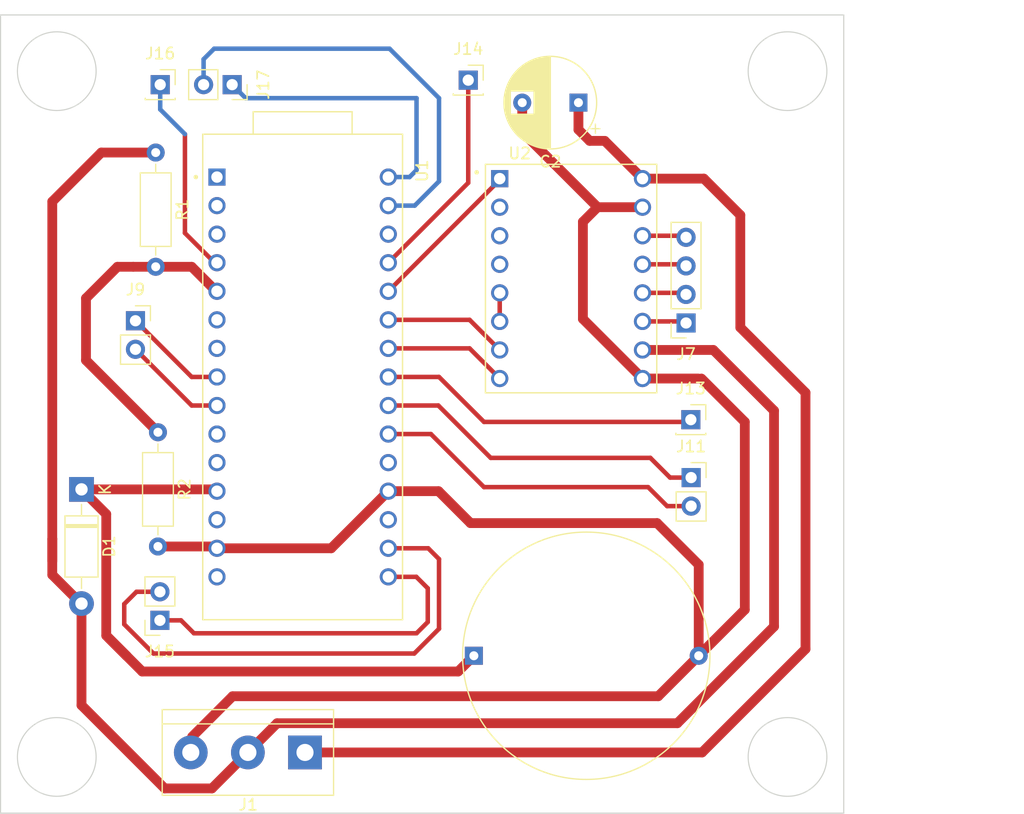
<source format=kicad_pcb>
(kicad_pcb (version 20221018) (generator pcbnew)
  (layers (0 "F.Cu" signal) (31 "B.Cu" signal) (34 "B.Paste" user) (35 "F.Paste" user) (36 "B.SilkS" user "B.Silkscreen") (37 "F.SilkS" user "F.Silkscreen") (38 "B.Mask" user) (39 "F.Mask" user) (44 "Edge.Cuts" user))
  (net 0 "")
  (net 1 "Net-(D1-K)")
  (net 2 "Net-(J1-Pin_3)")
  (net 3 "Net-(J1-Pin_1)")
  (net 4 "Net-(D1-A)")
  (net 5 "Net-(J7-Pin_1)")
  (net 6 "Net-(J7-Pin_2)")
  (net 7 "Net-(J7-Pin_3)")
  (net 8 "Net-(J7-Pin_4)")
  (net 9 "Net-(J9-Pin_1)")
  (net 10 "Net-(J9-Pin_2)")
  (net 11 "Net-(J11-Pin_1)")
  (net 12 "Net-(J11-Pin_2)")
  (net 13 "Net-(J13-Pin_1)")
  (net 14 "Net-(J14-Pin_1)")
  (net 15 "Net-(J15-Pin_1)")
  (net 16 "Net-(J15-Pin_2)")
  (net 17 "Net-(J16-Pin_1)")
  (net 18 "Net-(J17-Pin_1)")
  (net 19 "Net-(J17-Pin_2)")
  (net 20 "Net-(U1-A1{slash}GPIO27)")
  (net 32 "Net-(U1-D6{slash}GPIO18)")
  (net 33 "Net-(U1-D7{slash}GPIO19)")
  (net 34 "Net-(U1-D8{slash}GPIO20)")
  (net 39 "Net-(U2-~{RESET})")
  (footprint "Connector_PinSocket_2.54mm:PinSocket_1x01_P2.54mm_Vertical" (layer "F.Cu") (at 141.6 32.8)
    (fp_text reference "J14" (at 0 -2.77) (layer "F.SilkS"))
    (fp_text value "Conn_01x01_Socket")
    (fp_line (start -1.33 1.21) (end -1.33 1.33) (stroke (width 0.12)) (layer "F.SilkS"))
    (fp_line (start -1.33 1.33) (end 1.33 1.33) (stroke (width 0.12)) (layer "F.SilkS"))
    (fp_line (start 0 -1.33) (end 1.33 -1.33) (stroke (width 0.12)) (layer "F.SilkS"))
    (fp_line (start 1.33 -1.33) (end 1.33 0) (stroke (width 0.12)) (layer "F.SilkS"))
    (fp_line (start 1.33 1.21) (end 1.33 1.33) (stroke (width 0.12)) (layer "F.SilkS"))
    (pad "1" thru_hole rect (at 0 0) (size 1.7 1.7) (drill 1) (layers "*.Cu" "*.Mask") (net 14 "Net-(J14-Pin_1)"))
  )
  (footprint "Connector_PinSocket_2.54mm:PinSocket_1x02_P2.54mm_Vertical" (layer "F.Cu") (at 161.425 68.15)
    (fp_text reference "J11" (at 0 -2.77) (layer "F.SilkS"))
    (fp_text value "Conn_01x02_Socket")
    (fp_line (start -1.33 1.27) (end -1.33 3.87) (stroke (width 0.12)) (layer "F.SilkS"))
    (fp_line (start -1.33 1.27) (end 1.33 1.27) (stroke (width 0.12)) (layer "F.SilkS"))
    (fp_line (start -1.33 3.87) (end 1.33 3.87) (stroke (width 0.12)) (layer "F.SilkS"))
    (fp_line (start 0 -1.33) (end 1.33 -1.33) (stroke (width 0.12)) (layer "F.SilkS"))
    (fp_line (start 1.33 -1.33) (end 1.33 0) (stroke (width 0.12)) (layer "F.SilkS"))
    (fp_line (start 1.33 1.27) (end 1.33 3.87) (stroke (width 0.12)) (layer "F.SilkS"))
    (pad "1" thru_hole rect (at 0 0) (size 1.7 1.7) (drill 1) (layers "*.Cu" "*.Mask") (net 11 "Net-(J11-Pin_1)"))
    (pad "2" thru_hole oval (at 0 2.54) (size 1.7 1.7) (drill 1) (layers "*.Cu" "*.Mask") (net 12 "Net-(J11-Pin_2)"))
  )
  (footprint "Capacitor_THT:CP_Radial_D8.0mm_P5.00mm" (layer "F.Cu") (at 151.402651 34.8 180)
    (fp_text reference "C2" (at 2.5 -5.25) (layer "F.SilkS"))
    (fp_text value "4.7µF")
    (fp_line (start -1.909698 -2.315) (end -1.109698 -2.315) (stroke (width 0.12)) (layer "F.SilkS"))
    (fp_line (start -1.509698 -2.715) (end -1.509698 -1.915) (stroke (width 0.12)) (layer "F.SilkS"))
    (fp_line (start 2.5 -4.08) (end 2.5 4.08) (stroke (width 0.12)) (layer "F.SilkS"))
    (fp_line (start 2.54 -4.08) (end 2.54 4.08) (stroke (width 0.12)) (layer "F.SilkS"))
    (fp_line (start 2.58 -4.08) (end 2.58 4.08) (stroke (width 0.12)) (layer "F.SilkS"))
    (fp_line (start 2.62 -4.079) (end 2.62 4.079) (stroke (width 0.12)) (layer "F.SilkS"))
    (fp_line (start 2.66 -4.077) (end 2.66 4.077) (stroke (width 0.12)) (layer "F.SilkS"))
    (fp_line (start 2.7 -4.076) (end 2.7 4.076) (stroke (width 0.12)) (layer "F.SilkS"))
    (fp_line (start 2.74 -4.074) (end 2.74 4.074) (stroke (width 0.12)) (layer "F.SilkS"))
    (fp_line (start 2.78 -4.071) (end 2.78 4.071) (stroke (width 0.12)) (layer "F.SilkS"))
    (fp_line (start 2.82 -4.068) (end 2.82 4.068) (stroke (width 0.12)) (layer "F.SilkS"))
    (fp_line (start 2.86 -4.065) (end 2.86 4.065) (stroke (width 0.12)) (layer "F.SilkS"))
    (fp_line (start 2.9 -4.061) (end 2.9 4.061) (stroke (width 0.12)) (layer "F.SilkS"))
    (fp_line (start 2.94 -4.057) (end 2.94 4.057) (stroke (width 0.12)) (layer "F.SilkS"))
    (fp_line (start 2.98 -4.052) (end 2.98 4.052) (stroke (width 0.12)) (layer "F.SilkS"))
    (fp_line (start 3.02 -4.048) (end 3.02 4.048) (stroke (width 0.12)) (layer "F.SilkS"))
    (fp_line (start 3.06 -4.042) (end 3.06 4.042) (stroke (width 0.12)) (layer "F.SilkS"))
    (fp_line (start 3.1 -4.037) (end 3.1 4.037) (stroke (width 0.12)) (layer "F.SilkS"))
    (fp_line (start 3.14 -4.03) (end 3.14 4.03) (stroke (width 0.12)) (layer "F.SilkS"))
    (fp_line (start 3.18 -4.024) (end 3.18 4.024) (stroke (width 0.12)) (layer "F.SilkS"))
    (fp_line (start 3.221 -4.017) (end 3.221 4.017) (stroke (width 0.12)) (layer "F.SilkS"))
    (fp_line (start 3.261 -4.01) (end 3.261 4.01) (stroke (width 0.12)) (layer "F.SilkS"))
    (fp_line (start 3.301 -4.002) (end 3.301 4.002) (stroke (width 0.12)) (layer "F.SilkS"))
    (fp_line (start 3.341 -3.994) (end 3.341 3.994) (stroke (width 0.12)) (layer "F.SilkS"))
    (fp_line (start 3.381 -3.985) (end 3.381 3.985) (stroke (width 0.12)) (layer "F.SilkS"))
    (fp_line (start 3.421 -3.976) (end 3.421 3.976) (stroke (width 0.12)) (layer "F.SilkS"))
    (fp_line (start 3.461 -3.967) (end 3.461 3.967) (stroke (width 0.12)) (layer "F.SilkS"))
    (fp_line (start 3.501 -3.957) (end 3.501 3.957) (stroke (width 0.12)) (layer "F.SilkS"))
    (fp_line (start 3.541 -3.947) (end 3.541 3.947) (stroke (width 0.12)) (layer "F.SilkS"))
    (fp_line (start 3.581 -3.936) (end 3.581 3.936) (stroke (width 0.12)) (layer "F.SilkS"))
    (fp_line (start 3.621 -3.925) (end 3.621 3.925) (stroke (width 0.12)) (layer "F.SilkS"))
    (fp_line (start 3.661 -3.914) (end 3.661 3.914) (stroke (width 0.12)) (layer "F.SilkS"))
    (fp_line (start 3.701 -3.902) (end 3.701 3.902) (stroke (width 0.12)) (layer "F.SilkS"))
    (fp_line (start 3.741 -3.889) (end 3.741 3.889) (stroke (width 0.12)) (layer "F.SilkS"))
    (fp_line (start 3.781 -3.877) (end 3.781 3.877) (stroke (width 0.12)) (layer "F.SilkS"))
    (fp_line (start 3.821 -3.863) (end 3.821 3.863) (stroke (width 0.12)) (layer "F.SilkS"))
    (fp_line (start 3.861 -3.85) (end 3.861 3.85) (stroke (width 0.12)) (layer "F.SilkS"))
    (fp_line (start 3.901 -3.835) (end 3.901 3.835) (stroke (width 0.12)) (layer "F.SilkS"))
    (fp_line (start 3.941 -3.821) (end 3.941 3.821) (stroke (width 0.12)) (layer "F.SilkS"))
    (fp_line (start 3.981 -3.805) (end 3.981 -1.04) (stroke (width 0.12)) (layer "F.SilkS"))
    (fp_line (start 3.981 1.04) (end 3.981 3.805) (stroke (width 0.12)) (layer "F.SilkS"))
    (fp_line (start 4.021 -3.79) (end 4.021 -1.04) (stroke (width 0.12)) (layer "F.SilkS"))
    (fp_line (start 4.021 1.04) (end 4.021 3.79) (stroke (width 0.12)) (layer "F.SilkS"))
    (fp_line (start 4.061 -3.774) (end 4.061 -1.04) (stroke (width 0.12)) (layer "F.SilkS"))
    (fp_line (start 4.061 1.04) (end 4.061 3.774) (stroke (width 0.12)) (layer "F.SilkS"))
    (fp_line (start 4.101 -3.757) (end 4.101 -1.04) (stroke (width 0.12)) (layer "F.SilkS"))
    (fp_line (start 4.101 1.04) (end 4.101 3.757) (stroke (width 0.12)) (layer "F.SilkS"))
    (fp_line (start 4.141 -3.74) (end 4.141 -1.04) (stroke (width 0.12)) (layer "F.SilkS"))
    (fp_line (start 4.141 1.04) (end 4.141 3.74) (stroke (width 0.12)) (layer "F.SilkS"))
    (fp_line (start 4.181 -3.722) (end 4.181 -1.04) (stroke (width 0.12)) (layer "F.SilkS"))
    (fp_line (start 4.181 1.04) (end 4.181 3.722) (stroke (width 0.12)) (layer "F.SilkS"))
    (fp_line (start 4.221 -3.704) (end 4.221 -1.04) (stroke (width 0.12)) (layer "F.SilkS"))
    (fp_line (start 4.221 1.04) (end 4.221 3.704) (stroke (width 0.12)) (layer "F.SilkS"))
    (fp_line (start 4.261 -3.686) (end 4.261 -1.04) (stroke (width 0.12)) (layer "F.SilkS"))
    (fp_line (start 4.261 1.04) (end 4.261 3.686) (stroke (width 0.12)) (layer "F.SilkS"))
    (fp_line (start 4.301 -3.666) (end 4.301 -1.04) (stroke (width 0.12)) (layer "F.SilkS"))
    (fp_line (start 4.301 1.04) (end 4.301 3.666) (stroke (width 0.12)) (layer "F.SilkS"))
    (fp_line (start 4.341 -3.647) (end 4.341 -1.04) (stroke (width 0.12)) (layer "F.SilkS"))
    (fp_line (start 4.341 1.04) (end 4.341 3.647) (stroke (width 0.12)) (layer "F.SilkS"))
    (fp_line (start 4.381 -3.627) (end 4.381 -1.04) (stroke (width 0.12)) (layer "F.SilkS"))
    (fp_line (start 4.381 1.04) (end 4.381 3.627) (stroke (width 0.12)) (layer "F.SilkS"))
    (fp_line (start 4.421 -3.606) (end 4.421 -1.04) (stroke (width 0.12)) (layer "F.SilkS"))
    (fp_line (start 4.421 1.04) (end 4.421 3.606) (stroke (width 0.12)) (layer "F.SilkS"))
    (fp_line (start 4.461 -3.584) (end 4.461 -1.04) (stroke (width 0.12)) (layer "F.SilkS"))
    (fp_line (start 4.461 1.04) (end 4.461 3.584) (stroke (width 0.12)) (layer "F.SilkS"))
    (fp_line (start 4.501 -3.562) (end 4.501 -1.04) (stroke (width 0.12)) (layer "F.SilkS"))
    (fp_line (start 4.501 1.04) (end 4.501 3.562) (stroke (width 0.12)) (layer "F.SilkS"))
    (fp_line (start 4.541 -3.54) (end 4.541 -1.04) (stroke (width 0.12)) (layer "F.SilkS"))
    (fp_line (start 4.541 1.04) (end 4.541 3.54) (stroke (width 0.12)) (layer "F.SilkS"))
    (fp_line (start 4.581 -3.517) (end 4.581 -1.04) (stroke (width 0.12)) (layer "F.SilkS"))
    (fp_line (start 4.581 1.04) (end 4.581 3.517) (stroke (width 0.12)) (layer "F.SilkS"))
    (fp_line (start 4.621 -3.493) (end 4.621 -1.04) (stroke (width 0.12)) (layer "F.SilkS"))
    (fp_line (start 4.621 1.04) (end 4.621 3.493) (stroke (width 0.12)) (layer "F.SilkS"))
    (fp_line (start 4.661 -3.469) (end 4.661 -1.04) (stroke (width 0.12)) (layer "F.SilkS"))
    (fp_line (start 4.661 1.04) (end 4.661 3.469) (stroke (width 0.12)) (layer "F.SilkS"))
    (fp_line (start 4.701 -3.444) (end 4.701 -1.04) (stroke (width 0.12)) (layer "F.SilkS"))
    (fp_line (start 4.701 1.04) (end 4.701 3.444) (stroke (width 0.12)) (layer "F.SilkS"))
    (fp_line (start 4.741 -3.418) (end 4.741 -1.04) (stroke (width 0.12)) (layer "F.SilkS"))
    (fp_line (start 4.741 1.04) (end 4.741 3.418) (stroke (width 0.12)) (layer "F.SilkS"))
    (fp_line (start 4.781 -3.392) (end 4.781 -1.04) (stroke (width 0.12)) (layer "F.SilkS"))
    (fp_line (start 4.781 1.04) (end 4.781 3.392) (stroke (width 0.12)) (layer "F.SilkS"))
    (fp_line (start 4.821 -3.365) (end 4.821 -1.04) (stroke (width 0.12)) (layer "F.SilkS"))
    (fp_line (start 4.821 1.04) (end 4.821 3.365) (stroke (width 0.12)) (layer "F.SilkS"))
    (fp_line (start 4.861 -3.338) (end 4.861 -1.04) (stroke (width 0.12)) (layer "F.SilkS"))
    (fp_line (start 4.861 1.04) (end 4.861 3.338) (stroke (width 0.12)) (layer "F.SilkS"))
    (fp_line (start 4.901 -3.309) (end 4.901 -1.04) (stroke (width 0.12)) (layer "F.SilkS"))
    (fp_line (start 4.901 1.04) (end 4.901 3.309) (stroke (width 0.12)) (layer "F.SilkS"))
    (fp_line (start 4.941 -3.28) (end 4.941 -1.04) (stroke (width 0.12)) (layer "F.SilkS"))
    (fp_line (start 4.941 1.04) (end 4.941 3.28) (stroke (width 0.12)) (layer "F.SilkS"))
    (fp_line (start 4.981 -3.25) (end 4.981 -1.04) (stroke (width 0.12)) (layer "F.SilkS"))
    (fp_line (start 4.981 1.04) (end 4.981 3.25) (stroke (width 0.12)) (layer "F.SilkS"))
    (fp_line (start 5.021 -3.22) (end 5.021 -1.04) (stroke (width 0.12)) (layer "F.SilkS"))
    (fp_line (start 5.021 1.04) (end 5.021 3.22) (stroke (width 0.12)) (layer "F.SilkS"))
    (fp_line (start 5.061 -3.189) (end 5.061 -1.04) (stroke (width 0.12)) (layer "F.SilkS"))
    (fp_line (start 5.061 1.04) (end 5.061 3.189) (stroke (width 0.12)) (layer "F.SilkS"))
    (fp_line (start 5.101 -3.156) (end 5.101 -1.04) (stroke (width 0.12)) (layer "F.SilkS"))
    (fp_line (start 5.101 1.04) (end 5.101 3.156) (stroke (width 0.12)) (layer "F.SilkS"))
    (fp_line (start 5.141 -3.124) (end 5.141 -1.04) (stroke (width 0.12)) (layer "F.SilkS"))
    (fp_line (start 5.141 1.04) (end 5.141 3.124) (stroke (width 0.12)) (layer "F.SilkS"))
    (fp_line (start 5.181 -3.09) (end 5.181 -1.04) (stroke (width 0.12)) (layer "F.SilkS"))
    (fp_line (start 5.181 1.04) (end 5.181 3.09) (stroke (width 0.12)) (layer "F.SilkS"))
    (fp_line (start 5.221 -3.055) (end 5.221 -1.04) (stroke (width 0.12)) (layer "F.SilkS"))
    (fp_line (start 5.221 1.04) (end 5.221 3.055) (stroke (width 0.12)) (layer "F.SilkS"))
    (fp_line (start 5.261 -3.019) (end 5.261 -1.04) (stroke (width 0.12)) (layer "F.SilkS"))
    (fp_line (start 5.261 1.04) (end 5.261 3.019) (stroke (width 0.12)) (layer "F.SilkS"))
    (fp_line (start 5.301 -2.983) (end 5.301 -1.04) (stroke (width 0.12)) (layer "F.SilkS"))
    (fp_line (start 5.301 1.04) (end 5.301 2.983) (stroke (width 0.12)) (layer "F.SilkS"))
    (fp_line (start 5.341 -2.945) (end 5.341 -1.04) (stroke (width 0.12)) (layer "F.SilkS"))
    (fp_line (start 5.341 1.04) (end 5.341 2.945) (stroke (width 0.12)) (layer "F.SilkS"))
    (fp_line (start 5.381 -2.907) (end 5.381 -1.04) (stroke (width 0.12)) (layer "F.SilkS"))
    (fp_line (start 5.381 1.04) (end 5.381 2.907) (stroke (width 0.12)) (layer "F.SilkS"))
    (fp_line (start 5.421 -2.867) (end 5.421 -1.04) (stroke (width 0.12)) (layer "F.SilkS"))
    (fp_line (start 5.421 1.04) (end 5.421 2.867) (stroke (width 0.12)) (layer "F.SilkS"))
    (fp_line (start 5.461 -2.826) (end 5.461 -1.04) (stroke (width 0.12)) (layer "F.SilkS"))
    (fp_line (start 5.461 1.04) (end 5.461 2.826) (stroke (width 0.12)) (layer "F.SilkS"))
    (fp_line (start 5.501 -2.784) (end 5.501 -1.04) (stroke (width 0.12)) (layer "F.SilkS"))
    (fp_line (start 5.501 1.04) (end 5.501 2.784) (stroke (width 0.12)) (layer "F.SilkS"))
    (fp_line (start 5.541 -2.741) (end 5.541 -1.04) (stroke (width 0.12)) (layer "F.SilkS"))
    (fp_line (start 5.541 1.04) (end 5.541 2.741) (stroke (width 0.12)) (layer "F.SilkS"))
    (fp_line (start 5.581 -2.697) (end 5.581 -1.04) (stroke (width 0.12)) (layer "F.SilkS"))
    (fp_line (start 5.581 1.04) (end 5.581 2.697) (stroke (width 0.12)) (layer "F.SilkS"))
    (fp_line (start 5.621 -2.651) (end 5.621 -1.04) (stroke (width 0.12)) (layer "F.SilkS"))
    (fp_line (start 5.621 1.04) (end 5.621 2.651) (stroke (width 0.12)) (layer "F.SilkS"))
    (fp_line (start 5.661 -2.604) (end 5.661 -1.04) (stroke (width 0.12)) (layer "F.SilkS"))
    (fp_line (start 5.661 1.04) (end 5.661 2.604) (stroke (width 0.12)) (layer "F.SilkS"))
    (fp_line (start 5.701 -2.556) (end 5.701 -1.04) (stroke (width 0.12)) (layer "F.SilkS"))
    (fp_line (start 5.701 1.04) (end 5.701 2.556) (stroke (width 0.12)) (layer "F.SilkS"))
    (fp_line (start 5.741 -2.505) (end 5.741 -1.04) (stroke (width 0.12)) (layer "F.SilkS"))
    (fp_line (start 5.741 1.04) (end 5.741 2.505) (stroke (width 0.12)) (layer "F.SilkS"))
    (fp_line (start 5.781 -2.454) (end 5.781 -1.04) (stroke (width 0.12)) (layer "F.SilkS"))
    (fp_line (start 5.781 1.04) (end 5.781 2.454) (stroke (width 0.12)) (layer "F.SilkS"))
    (fp_line (start 5.821 -2.4) (end 5.821 -1.04) (stroke (width 0.12)) (layer "F.SilkS"))
    (fp_line (start 5.821 1.04) (end 5.821 2.4) (stroke (width 0.12)) (layer "F.SilkS"))
    (fp_line (start 5.861 -2.345) (end 5.861 -1.04) (stroke (width 0.12)) (layer "F.SilkS"))
    (fp_line (start 5.861 1.04) (end 5.861 2.345) (stroke (width 0.12)) (layer "F.SilkS"))
    (fp_line (start 5.901 -2.287) (end 5.901 -1.04) (stroke (width 0.12)) (layer "F.SilkS"))
    (fp_line (start 5.901 1.04) (end 5.901 2.287) (stroke (width 0.12)) (layer "F.SilkS"))
    (fp_line (start 5.941 -2.228) (end 5.941 -1.04) (stroke (width 0.12)) (layer "F.SilkS"))
    (fp_line (start 5.941 1.04) (end 5.941 2.228) (stroke (width 0.12)) (layer "F.SilkS"))
    (fp_line (start 5.981 -2.166) (end 5.981 -1.04) (stroke (width 0.12)) (layer "F.SilkS"))
    (fp_line (start 5.981 1.04) (end 5.981 2.166) (stroke (width 0.12)) (layer "F.SilkS"))
    (fp_line (start 6.021 -2.102) (end 6.021 -1.04) (stroke (width 0.12)) (layer "F.SilkS"))
    (fp_line (start 6.021 1.04) (end 6.021 2.102) (stroke (width 0.12)) (layer "F.SilkS"))
    (fp_line (start 6.061 -2.034) (end 6.061 2.034) (stroke (width 0.12)) (layer "F.SilkS"))
    (fp_line (start 6.101 -1.964) (end 6.101 1.964) (stroke (width 0.12)) (layer "F.SilkS"))
    (fp_line (start 6.141 -1.89) (end 6.141 1.89) (stroke (width 0.12)) (layer "F.SilkS"))
    (fp_line (start 6.181 -1.813) (end 6.181 1.813) (stroke (width 0.12)) (layer "F.SilkS"))
    (fp_line (start 6.221 -1.731) (end 6.221 1.731) (stroke (width 0.12)) (layer "F.SilkS"))
    (fp_line (start 6.261 -1.645) (end 6.261 1.645) (stroke (width 0.12)) (layer "F.SilkS"))
    (fp_line (start 6.301 -1.552) (end 6.301 1.552) (stroke (width 0.12)) (layer "F.SilkS"))
    (fp_line (start 6.341 -1.453) (end 6.341 1.453) (stroke (width 0.12)) (layer "F.SilkS"))
    (fp_line (start 6.381 -1.346) (end 6.381 1.346) (stroke (width 0.12)) (layer "F.SilkS"))
    (fp_line (start 6.421 -1.229) (end 6.421 1.229) (stroke (width 0.12)) (layer "F.SilkS"))
    (fp_line (start 6.461 -1.098) (end 6.461 1.098) (stroke (width 0.12)) (layer "F.SilkS"))
    (fp_line (start 6.501 -0.948) (end 6.501 0.948) (stroke (width 0.12)) (layer "F.SilkS"))
    (fp_line (start 6.541 -0.768) (end 6.541 0.768) (stroke (width 0.12)) (layer "F.SilkS"))
    (fp_line (start 6.581 -0.533) (end 6.581 0.533) (stroke (width 0.12)) (layer "F.SilkS"))
    (fp_circle (center 2.5 0) (end 6.62 0) (stroke (width 0.12)) (fill none) (layer "F.SilkS"))
    (pad "1" thru_hole rect (at 0 0 180) (size 1.6 1.6) (drill 0.8) (layers "*.Cu" "*.Mask") (net 3 "Net-(J1-Pin_1)"))
    (pad "2" thru_hole circle (at 5 0 180) (size 1.6 1.6) (drill 0.8) (layers "*.Cu" "*.Mask") (net 2 "Net-(J1-Pin_3)"))
  )
  (footprint "Connector_PinSocket_2.54mm:PinSocket_1x02_P2.54mm_Vertical" (layer "F.Cu") (at 114.175 80.85 180)
    (fp_text reference "J15" (at 0 -2.77) (layer "F.SilkS"))
    (fp_text value "Conn_01x02_Socket")
    (fp_line (start -1.33 1.27) (end -1.33 3.87) (stroke (width 0.12)) (layer "F.SilkS"))
    (fp_line (start -1.33 1.27) (end 1.33 1.27) (stroke (width 0.12)) (layer "F.SilkS"))
    (fp_line (start -1.33 3.87) (end 1.33 3.87) (stroke (width 0.12)) (layer "F.SilkS"))
    (fp_line (start 0 -1.33) (end 1.33 -1.33) (stroke (width 0.12)) (layer "F.SilkS"))
    (fp_line (start 1.33 -1.33) (end 1.33 0) (stroke (width 0.12)) (layer "F.SilkS"))
    (fp_line (start 1.33 1.27) (end 1.33 3.87) (stroke (width 0.12)) (layer "F.SilkS"))
    (pad "1" thru_hole rect (at 0 0 180) (size 1.7 1.7) (drill 1) (layers "*.Cu" "*.Mask") (net 15 "Net-(J15-Pin_1)"))
    (pad "2" thru_hole oval (at 0 2.54 180) (size 1.7 1.7) (drill 1) (layers "*.Cu" "*.Mask") (net 16 "Net-(J15-Pin_2)"))
  )
  (footprint "A4988_STEPPER_MOTOR_DRIVER_CARRIER_BLACK:MODULE_A4988_STEPPER_MOTOR_DRIVER_CARRIER_BLACK" (layer "F.Cu") (at 150.75 50.45)
    (fp_text reference "U2" (at -4.575 -11.135) (layer "F.SilkS"))
    (fp_text value "A4988_STEPPER_MOTOR_DRIVER_CARRIER_BLACK")
    (fp_line (start -7.62 -10.16) (end 7.62 -10.16) (stroke (width 0.127)) (layer "F.SilkS"))
    (fp_line (start -7.62 10.16) (end -7.62 -10.16) (stroke (width 0.127)) (layer "F.SilkS"))
    (fp_line (start 7.62 -10.16) (end 7.62 10.16) (stroke (width 0.127)) (layer "F.SilkS"))
    (fp_line (start 7.62 10.16) (end -7.62 10.16) (stroke (width 0.127)) (layer "F.SilkS"))
    (fp_circle (center -8.4 -9.45) (end -8.3 -9.45) (stroke (width 0.2)) (fill none) (layer "F.SilkS"))
    (pad "1" thru_hole rect (at -6.35 -8.89) (size 1.53 1.53) (drill 1.02) (layers "*.Cu" "*.Mask") (net 34 "Net-(U1-D8{slash}GPIO20)"))
    (pad "2" thru_hole circle (at -6.35 -6.35) (size 1.53 1.53) (drill 1.02) (layers "*.Cu" "*.Mask"))
    (pad "3" thru_hole circle (at -6.35 -3.81) (size 1.53 1.53) (drill 1.02) (layers "*.Cu" "*.Mask"))
    (pad "4" thru_hole circle (at -6.35 -1.27) (size 1.53 1.53) (drill 1.02) (layers "*.Cu" "*.Mask"))
    (pad "5" thru_hole circle (at -6.35 1.27) (size 1.53 1.53) (drill 1.02) (layers "*.Cu" "*.Mask") (net 39 "Net-(U2-~{RESET})"))
    (pad "6" thru_hole circle (at -6.35 3.81) (size 1.53 1.53) (drill 1.02) (layers "*.Cu" "*.Mask") (net 39 "Net-(U2-~{RESET})"))
    (pad "7" thru_hole circle (at -6.35 6.35) (size 1.53 1.53) (drill 1.02) (layers "*.Cu" "*.Mask") (net 33 "Net-(U1-D7{slash}GPIO19)"))
    (pad "8" thru_hole circle (at -6.35 8.89) (size 1.53 1.53) (drill 1.02) (layers "*.Cu" "*.Mask") (net 32 "Net-(U1-D6{slash}GPIO18)"))
    (pad "9" thru_hole circle (at 6.35 8.89) (size 1.53 1.53) (drill 1.02) (layers "*.Cu" "*.Mask") (net 2 "Net-(J1-Pin_3)"))
    (pad "10" thru_hole circle (at 6.35 6.35) (size 1.53 1.53) (drill 1.02) (layers "*.Cu" "*.Mask") (net 4 "Net-(D1-A)"))
    (pad "11" thru_hole circle (at 6.35 3.81) (size 1.53 1.53) (drill 1.02) (layers "*.Cu" "*.Mask") (net 5 "Net-(J7-Pin_1)"))
    (pad "12" thru_hole circle (at 6.35 1.27) (size 1.53 1.53) (drill 1.02) (layers "*.Cu" "*.Mask") (net 6 "Net-(J7-Pin_2)"))
    (pad "13" thru_hole circle (at 6.35 -1.27) (size 1.53 1.53) (drill 1.02) (layers "*.Cu" "*.Mask") (net 7 "Net-(J7-Pin_3)"))
    (pad "14" thru_hole circle (at 6.35 -3.81) (size 1.53 1.53) (drill 1.02) (layers "*.Cu" "*.Mask") (net 8 "Net-(J7-Pin_4)"))
    (pad "15" thru_hole circle (at 6.35 -6.35) (size 1.53 1.53) (drill 1.02) (layers "*.Cu" "*.Mask") (net 2 "Net-(J1-Pin_3)"))
    (pad "16" thru_hole circle (at 6.35 -8.89) (size 1.53 1.53) (drill 1.02) (layers "*.Cu" "*.Mask") (net 3 "Net-(J1-Pin_1)"))
  )
  (footprint "Connector_PinSocket_2.54mm:PinSocket_1x02_P2.54mm_Vertical" (layer "F.Cu") (at 112 54.2)
    (fp_text reference "J9" (at 0 -2.77) (layer "F.SilkS"))
    (fp_text value "Conn_01x02_Socket")
    (fp_line (start -1.33 1.27) (end -1.33 3.87) (stroke (width 0.12)) (layer "F.SilkS"))
    (fp_line (start -1.33 1.27) (end 1.33 1.27) (stroke (width 0.12)) (layer "F.SilkS"))
    (fp_line (start -1.33 3.87) (end 1.33 3.87) (stroke (width 0.12)) (layer "F.SilkS"))
    (fp_line (start 0 -1.33) (end 1.33 -1.33) (stroke (width 0.12)) (layer "F.SilkS"))
    (fp_line (start 1.33 -1.33) (end 1.33 0) (stroke (width 0.12)) (layer "F.SilkS"))
    (fp_line (start 1.33 1.27) (end 1.33 3.87) (stroke (width 0.12)) (layer "F.SilkS"))
    (pad "1" thru_hole rect (at 0 0) (size 1.7 1.7) (drill 1) (layers "*.Cu" "*.Mask") (net 9 "Net-(J9-Pin_1)"))
    (pad "2" thru_hole oval (at 0 2.54) (size 1.7 1.7) (drill 1) (layers "*.Cu" "*.Mask") (net 10 "Net-(J9-Pin_2)"))
  )
  (footprint "Resistor_THT:R_Axial_DIN0207_L6.3mm_D2.5mm_P10.16mm_Horizontal" (layer "F.Cu") (at 113.8 39.24 -90)
    (fp_text reference "R1" (at 5.08 -2.37 90) (layer "F.SilkS"))
    (fp_text value "6Ω")
    (fp_line (start 1.04 0) (end 1.81 0) (stroke (width 0.12)) (layer "F.SilkS"))
    (fp_line (start 1.81 -1.37) (end 1.81 1.37) (stroke (width 0.12)) (layer "F.SilkS"))
    (fp_line (start 1.81 1.37) (end 8.35 1.37) (stroke (width 0.12)) (layer "F.SilkS"))
    (fp_line (start 8.35 -1.37) (end 1.81 -1.37) (stroke (width 0.12)) (layer "F.SilkS"))
    (fp_line (start 8.35 1.37) (end 8.35 -1.37) (stroke (width 0.12)) (layer "F.SilkS"))
    (fp_line (start 9.12 0) (end 8.35 0) (stroke (width 0.12)) (layer "F.SilkS"))
    (pad "1" thru_hole circle (at 0 0 270) (size 1.6 1.6) (drill 0.8) (layers "*.Cu" "*.Mask") (net 4 "Net-(D1-A)"))
    (pad "2" thru_hole oval (at 10.16 0 270) (size 1.6 1.6) (drill 0.8) (layers "*.Cu" "*.Mask") (net 20 "Net-(U1-A1{slash}GPIO27)"))
  )
  (footprint "TerminalBlock:TerminalBlock_bornier-3_P5.08mm" (layer "F.Cu") (at 127.08 92.6 180)
    (fp_text reference "J1" (at 5.05 -4.65) (layer "F.SilkS"))
    (fp_text value "Screw_Terminal_01x03")
    (fp_line (start -2.54 -3.81) (end 12.7 -3.81) (stroke (width 0.12)) (layer "F.SilkS"))
    (fp_line (start -2.54 2.54) (end 12.7 2.54) (stroke (width 0.12)) (layer "F.SilkS"))
    (fp_line (start -2.54 3.81) (end -2.54 -3.81) (stroke (width 0.12)) (layer "F.SilkS"))
    (fp_line (start -2.54 3.81) (end 12.7 3.81) (stroke (width 0.12)) (layer "F.SilkS"))
    (fp_line (start 12.7 3.81) (end 12.7 -3.81) (stroke (width 0.12)) (layer "F.SilkS"))
    (pad "1" thru_hole rect (at 0 0 180) (size 3 3) (drill 1.52) (layers "*.Cu" "*.Mask") (net 3 "Net-(J1-Pin_1)"))
    (pad "2" thru_hole circle (at 5.08 0 180) (size 3 3) (drill 1.52) (layers "*.Cu" "*.Mask") (net 4 "Net-(D1-A)"))
    (pad "3" thru_hole circle (at 10.16 0 180) (size 3 3) (drill 1.52) (layers "*.Cu" "*.Mask") (net 2 "Net-(J1-Pin_3)"))
  )
  (footprint "Connector_PinSocket_2.54mm:PinSocket_1x01_P2.54mm_Vertical" (layer "F.Cu") (at 114.2 33.2)
    (fp_text reference "J16" (at 0 -2.77) (layer "F.SilkS"))
    (fp_text value "Conn_01x01_Socket")
    (fp_line (start -1.33 1.21) (end -1.33 1.33) (stroke (width 0.12)) (layer "F.SilkS"))
    (fp_line (start -1.33 1.33) (end 1.33 1.33) (stroke (width 0.12)) (layer "F.SilkS"))
    (fp_line (start 0 -1.33) (end 1.33 -1.33) (stroke (width 0.12)) (layer "F.SilkS"))
    (fp_line (start 1.33 -1.33) (end 1.33 0) (stroke (width 0.12)) (layer "F.SilkS"))
    (fp_line (start 1.33 1.21) (end 1.33 1.33) (stroke (width 0.12)) (layer "F.SilkS"))
    (pad "1" thru_hole rect (at 0 0) (size 1.7 1.7) (drill 1) (layers "*.Cu" "*.Mask") (net 17 "Net-(J16-Pin_1)"))
  )
  (footprint "Connector_PinSocket_2.54mm:PinSocket_1x02_P2.54mm_Vertical" (layer "F.Cu") (at 120.6 33.2 -90)
    (fp_text reference "J17" (at 0 -2.77 90) (layer "F.SilkS"))
    (fp_text value "Conn_01x02_Socket")
    (fp_line (start -1.33 1.27) (end -1.33 3.87) (stroke (width 0.12)) (layer "F.SilkS"))
    (fp_line (start -1.33 1.27) (end 1.33 1.27) (stroke (width 0.12)) (layer "F.SilkS"))
    (fp_line (start -1.33 3.87) (end 1.33 3.87) (stroke (width 0.12)) (layer "F.SilkS"))
    (fp_line (start 0 -1.33) (end 1.33 -1.33) (stroke (width 0.12)) (layer "F.SilkS"))
    (fp_line (start 1.33 -1.33) (end 1.33 0) (stroke (width 0.12)) (layer "F.SilkS"))
    (fp_line (start 1.33 1.27) (end 1.33 3.87) (stroke (width 0.12)) (layer "F.SilkS"))
    (pad "1" thru_hole rect (at 0 0 270) (size 1.7 1.7) (drill 1) (layers "*.Cu" "*.Mask") (net 18 "Net-(J17-Pin_1)"))
    (pad "2" thru_hole oval (at 0 2.54 270) (size 1.7 1.7) (drill 1) (layers "*.Cu" "*.Mask") (net 19 "Net-(J17-Pin_2)"))
  )
  (footprint "Supercapacitor:1F Capacitor" (layer "F.Cu") (at 151.6 84)
    (fp_text reference "C1" hide)
    (fp_text value "1F" hide)
    (fp_circle (center 0.5 0) (end 11.5 0) (stroke (width 0.12)) (fill none) (layer "F.SilkS"))
    (pad "1" thru_hole rect (at -9.5 0) (size 1.6 1.6) (drill 0.8) (layers "*.Cu" "*.Mask") (net 1 "Net-(D1-K)"))
    (pad "2" thru_hole circle (at 10.5 0) (size 1.6 1.6) (drill 0.8) (layers "*.Cu" "*.Mask") (net 2 "Net-(J1-Pin_3)"))
  )
  (footprint "Resistor_THT:R_Axial_DIN0207_L6.3mm_D2.5mm_P10.16mm_Horizontal" (layer "F.Cu") (at 114 64.12 -90)
    (fp_text reference "R2" (at 5.08 -2.37 90) (layer "F.SilkS"))
    (fp_text value "6Ω")
    (fp_line (start 1.04 0) (end 1.81 0) (stroke (width 0.12)) (layer "F.SilkS"))
    (fp_line (start 1.81 -1.37) (end 1.81 1.37) (stroke (width 0.12)) (layer "F.SilkS"))
    (fp_line (start 1.81 1.37) (end 8.35 1.37) (stroke (width 0.12)) (layer "F.SilkS"))
    (fp_line (start 8.35 -1.37) (end 1.81 -1.37) (stroke (width 0.12)) (layer "F.SilkS"))
    (fp_line (start 8.35 1.37) (end 8.35 -1.37) (stroke (width 0.12)) (layer "F.SilkS"))
    (fp_line (start 9.12 0) (end 8.35 0) (stroke (width 0.12)) (layer "F.SilkS"))
    (pad "1" thru_hole circle (at 0 0 270) (size 1.6 1.6) (drill 0.8) (layers "*.Cu" "*.Mask") (net 20 "Net-(U1-A1{slash}GPIO27)"))
    (pad "2" thru_hole oval (at 10.16 0 270) (size 1.6 1.6) (drill 0.8) (layers "*.Cu" "*.Mask") (net 2 "Net-(J1-Pin_3)"))
  )
  (footprint "Connector_PinSocket_2.54mm:PinSocket_1x04_P2.54mm_Vertical" (layer "F.Cu") (at 160.975 54.4 180)
    (fp_text reference "J7" (at 0 -2.77) (layer "F.SilkS"))
    (fp_text value "Conn_01x04_Socket")
    (fp_line (start -1.33 1.27) (end -1.33 8.95) (stroke (width 0.12)) (layer "F.SilkS"))
    (fp_line (start -1.33 1.27) (end 1.33 1.27) (stroke (width 0.12)) (layer "F.SilkS"))
    (fp_line (start -1.33 8.95) (end 1.33 8.95) (stroke (width 0.12)) (layer "F.SilkS"))
    (fp_line (start 0 -1.33) (end 1.33 -1.33) (stroke (width 0.12)) (layer "F.SilkS"))
    (fp_line (start 1.33 -1.33) (end 1.33 0) (stroke (width 0.12)) (layer "F.SilkS"))
    (fp_line (start 1.33 1.27) (end 1.33 8.95) (stroke (width 0.12)) (layer "F.SilkS"))
    (pad "1" thru_hole rect (at 0 0 180) (size 1.7 1.7) (drill 1) (layers "*.Cu" "*.Mask") (net 5 "Net-(J7-Pin_1)"))
    (pad "2" thru_hole oval (at 0 2.54 180) (size 1.7 1.7) (drill 1) (layers "*.Cu" "*.Mask") (net 6 "Net-(J7-Pin_2)"))
    (pad "3" thru_hole oval (at 0 5.08 180) (size 1.7 1.7) (drill 1) (layers "*.Cu" "*.Mask") (net 7 "Net-(J7-Pin_3)"))
    (pad "4" thru_hole oval (at 0 7.62 180) (size 1.7 1.7) (drill 1) (layers "*.Cu" "*.Mask") (net 8 "Net-(J7-Pin_4)"))
  )
  (footprint "Diode_THT:D_DO-41_SOD81_P10.16mm_Horizontal" (layer "F.Cu") (at 107.2 69.2 -90)
    (fp_text reference "D1" (at 5.08 -2.47 90) (layer "F.SilkS"))
    (fp_text value "1N4001")
    (fp_text user "K" (at 0 -2.1 90) (layer "F.SilkS"))
    (fp_line (start 1.34 0) (end 2.36 0) (stroke (width 0.12)) (layer "F.SilkS"))
    (fp_line (start 2.36 -1.47) (end 2.36 1.47) (stroke (width 0.12)) (layer "F.SilkS"))
    (fp_line (start 2.36 1.47) (end 7.8 1.47) (stroke (width 0.12)) (layer "F.SilkS"))
    (fp_line (start 3.14 -1.47) (end 3.14 1.47) (stroke (width 0.12)) (layer "F.SilkS"))
    (fp_line (start 3.26 -1.47) (end 3.26 1.47) (stroke (width 0.12)) (layer "F.SilkS"))
    (fp_line (start 3.38 -1.47) (end 3.38 1.47) (stroke (width 0.12)) (layer "F.SilkS"))
    (fp_line (start 7.8 -1.47) (end 2.36 -1.47) (stroke (width 0.12)) (layer "F.SilkS"))
    (fp_line (start 7.8 1.47) (end 7.8 -1.47) (stroke (width 0.12)) (layer "F.SilkS"))
    (fp_line (start 8.82 0) (end 7.8 0) (stroke (width 0.12)) (layer "F.SilkS"))
    (pad "1" thru_hole rect (at 0 0 270) (size 2.2 2.2) (drill 1.1) (layers "*.Cu" "*.Mask") (net 1 "Net-(D1-K)"))
    (pad "2" thru_hole oval (at 10.16 0 270) (size 2.2 2.2) (drill 1.1) (layers "*.Cu" "*.Mask") (net 4 "Net-(D1-A)"))
  )
  (footprint "Connector_PinSocket_2.54mm:PinSocket_1x01_P2.54mm_Vertical" (layer "F.Cu") (at 161.4 63)
    (fp_text reference "J13" (at 0 -2.77) (layer "F.SilkS"))
    (fp_text value "Conn_01x01_Socket")
    (fp_line (start -1.33 1.21) (end -1.33 1.33) (stroke (width 0.12)) (layer "F.SilkS"))
    (fp_line (start -1.33 1.33) (end 1.33 1.33) (stroke (width 0.12)) (layer "F.SilkS"))
    (fp_line (start 0 -1.33) (end 1.33 -1.33) (stroke (width 0.12)) (layer "F.SilkS"))
    (fp_line (start 1.33 -1.33) (end 1.33 0) (stroke (width 0.12)) (layer "F.SilkS"))
    (fp_line (start 1.33 1.21) (end 1.33 1.33) (stroke (width 0.12)) (layer "F.SilkS"))
    (pad "1" thru_hole rect (at 0 0) (size 1.7 1.7) (drill 1) (layers "*.Cu" "*.Mask") (net 13 "Net-(J13-Pin_1)"))
  )
  (footprint "ABX00053:MODULE_ABX00053" (layer "F.Cu") (at 126.87 59.2 -90)
    (fp_text reference "U1" (at -18.325 -10.635 90) (layer "F.SilkS"))
    (fp_text value "ABX00053")
    (fp_line (start -23.59 -4.4) (end -23.59 4.4) (stroke (width 0.127)) (layer "F.SilkS"))
    (fp_line (start -23.59 4.4) (end -21.59 4.4) (stroke (width 0.127)) (layer "F.SilkS"))
    (fp_line (start -21.59 -8.885) (end -21.59 -4.4) (stroke (width 0.127)) (layer "F.SilkS"))
    (fp_line (start -21.59 -4.4) (end -23.59 -4.4) (stroke (width 0.127)) (layer "F.SilkS"))
    (fp_line (start -21.59 -4.4) (end -21.59 4.4) (stroke (width 0.127)) (layer "F.SilkS"))
    (fp_line (start -21.59 4.4) (end -21.59 8.885) (stroke (width 0.127)) (layer "F.SilkS"))
    (fp_line (start -21.59 8.885) (end 21.59 8.885) (stroke (width 0.127)) (layer "F.SilkS"))
    (fp_line (start 21.59 -8.885) (end -21.59 -8.885) (stroke (width 0.127)) (layer "F.SilkS"))
    (fp_line (start 21.59 8.885) (end 21.59 -8.885) (stroke (width 0.127)) (layer "F.SilkS"))
    (fp_circle (center -17.78 9.5) (end -17.68 9.5) (stroke (width 0.2)) (fill none) (layer "F.SilkS"))
    (pad "" np_thru_hole circle (at -20.32 -7.62 270) (size 1.65 1.65) (drill 1.65) (layers "*.Cu" "*.Mask"))
    (pad "" np_thru_hole circle (at -20.32 7.62 270) (size 1.65 1.65) (drill 1.65) (layers "*.Cu" "*.Mask"))
    (pad "" np_thru_hole circle (at 20.32 -7.62 270) (size 1.65 1.65) (drill 1.65) (layers "*.Cu" "*.Mask"))
    (pad "" np_thru_hole circle (at 20.32 7.62 270) (size 1.65 1.65) (drill 1.65) (layers "*.Cu" "*.Mask"))
    (pad "1" thru_hole rect (at -17.78 7.62 270) (size 1.524 1.524) (drill 1.016) (layers "*.Cu" "*.Mask"))
    (pad "2" thru_hole circle (at -15.24 7.62 270) (size 1.524 1.524) (drill 1.016) (layers "*.Cu" "*.Mask"))
    (pad "3" thru_hole circle (at -12.7 7.62 270) (size 1.524 1.524) (drill 1.016) (layers "*.Cu" "*.Mask"))
    (pad "4" thru_hole circle (at -10.16 7.62 270) (size 1.524 1.524) (drill 1.016) (layers "*.Cu" "*.Mask") (net 17 "Net-(J16-Pin_1)"))
    (pad "5" thru_hole circle (at -7.62 7.62 270) (size 1.524 1.524) (drill 1.016) (layers "*.Cu" "*.Mask") (net 20 "Net-(U1-A1{slash}GPIO27)"))
    (pad "6" thru_hole circle (at -5.08 7.62 270) (size 1.524 1.524) (drill 1.016) (layers "*.Cu" "*.Mask"))
    (pad "7" thru_hole circle (at -2.54 7.62 270) (size 1.524 1.524) (drill 1.016) (layers "*.Cu" "*.Mask"))
    (pad "8" thru_hole circle (at 0 7.62 270) (size 1.524 1.524) (drill 1.016) (layers "*.Cu" "*.Mask") (net 9 "Net-(J9-Pin_1)"))
    (pad "9" thru_hole circle (at 2.54 7.62 270) (size 1.524 1.524) (drill 1.016) (layers "*.Cu" "*.Mask") (net 10 "Net-(J9-Pin_2)"))
    (pad "10" thru_hole circle (at 5.08 7.62 270) (size 1.524 1.524) (drill 1.016) (layers "*.Cu" "*.Mask"))
    (pad "11" thru_hole circle (at 7.62 7.62 270) (size 1.524 1.524) (drill 1.016) (layers "*.Cu" "*.Mask"))
    (pad "12" thru_hole circle (at 10.16 7.62 270) (size 1.524 1.524) (drill 1.016) (layers "*.Cu" "*.Mask") (net 1 "Net-(D1-K)"))
    (pad "13" thru_hole circle (at 12.7 7.62 270) (size 1.524 1.524) (drill 1.016) (layers "*.Cu" "*.Mask"))
    (pad "14" thru_hole circle (at 15.24 7.62 270) (size 1.524 1.524) (drill 1.016) (layers "*.Cu" "*.Mask") (net 2 "Net-(J1-Pin_3)"))
    (pad "15" thru_hole circle (at 17.78 7.62 270) (size 1.524 1.524) (drill 1.016) (layers "*.Cu" "*.Mask"))
    (pad "16" thru_hole circle (at 17.78 -7.62 270) (size 1.524 1.524) (drill 1.016) (layers "*.Cu" "*.Mask") (net 15 "Net-(J15-Pin_1)"))
    (pad "17" thru_hole circle (at 15.24 -7.62 270) (size 1.524 1.524) (drill 1.016) (layers "*.Cu" "*.Mask") (net 16 "Net-(J15-Pin_2)"))
    (pad "18" thru_hole circle (at 12.7 -7.62 270) (size 1.524 1.524) (drill 1.016) (layers "*.Cu" "*.Mask"))
    (pad "19" thru_hole circle (at 10.16 -7.62 270) (size 1.524 1.524) (drill 1.016) (layers "*.Cu" "*.Mask") (net 2 "Net-(J1-Pin_3)"))
    (pad "20" thru_hole circle (at 7.62 -7.62 270) (size 1.524 1.524) (drill 1.016) (layers "*.Cu" "*.Mask"))
    (pad "21" thru_hole circle (at 5.08 -7.62 270) (size 1.524 1.524) (drill 1.016) (layers "*.Cu" "*.Mask") (net 12 "Net-(J11-Pin_2)"))
    (pad "22" thru_hole circle (at 2.54 -7.62 270) (size 1.524 1.524) (drill 1.016) (layers "*.Cu" "*.Mask") (net 11 "Net-(J11-Pin_1)"))
    (pad "23" thru_hole circle (at 0 -7.62 270) (size 1.524 1.524) (drill 1.016) (layers "*.Cu" "*.Mask") (net 13 "Net-(J13-Pin_1)"))
    (pad "24" thru_hole circle (at -2.54 -7.62 270) (size 1.524 1.524) (drill 1.016) (layers "*.Cu" "*.Mask") (net 32 "Net-(U1-D6{slash}GPIO18)"))
    (pad "25" thru_hole circle (at -5.08 -7.62 270) (size 1.524 1.524) (drill 1.016) (layers "*.Cu" "*.Mask") (net 33 "Net-(U1-D7{slash}GPIO19)"))
    (pad "26" thru_hole circle (at -7.62 -7.62 270) (size 1.524 1.524) (drill 1.016) (layers "*.Cu" "*.Mask") (net 34 "Net-(U1-D8{slash}GPIO20)"))
    (pad "27" thru_hole circle (at -10.16 -7.62 270) (size 1.524 1.524) (drill 1.016) (layers "*.Cu" "*.Mask") (net 14 "Net-(J14-Pin_1)"))
    (pad "28" thru_hole circle (at -12.7 -7.62 270) (size 1.524 1.524) (drill 1.016) (layers "*.Cu" "*.Mask"))
    (pad "29" thru_hole circle (at -15.24 -7.62 270) (size 1.524 1.524) (drill 1.016) (layers "*.Cu" "*.Mask") (net 19 "Net-(J17-Pin_2)"))
    (pad "30" thru_hole circle (at -17.78 -7.62 270) (size 1.524 1.524) (drill 1.016) (layers "*.Cu" "*.Mask") (net 18 "Net-(J17-Pin_1)"))
  )
  (gr_line (start 175 27) (end 100 27) (stroke (width 0.1)) (layer "Edge.Cuts"))
  (gr_line (start 175 98) (end 175 27) (stroke (width 0.1)) (layer "Edge.Cuts"))
  (gr_line (start 100 27) (end 100 98) (stroke (width 0.1)) (layer "Edge.Cuts"))
  (gr_circle (center 105 93) (end 108.5 93) (stroke (width 0.1)) (fill none) (layer "Edge.Cuts"))
  (gr_line (start 100 98) (end 175 98) (stroke (width 0.1)) (layer "Edge.Cuts"))
  (gr_circle (center 170 32) (end 173.5 32) (stroke (width 0.1)) (fill none) (layer "Edge.Cuts"))
  (gr_circle (center 170 93) (end 173.5 93) (stroke (width 0.1)) (fill none) (layer "Edge.Cuts"))
  (gr_circle (center 105 32) (end 108.5 32) (stroke (width 0.1)) (fill none) (layer "Edge.Cuts"))
  (segment (start 142.1 84) (end 140.7 85.4) (width 0.87) (layer "F.Cu") (net 1))
  (segment (start 107.2 69.2) (end 119.09 69.2) (width 0.87) (layer "F.Cu") (net 1))
  (segment (start 140.7 85.4) (end 112.6 85.4) (width 0.87) (layer "F.Cu") (net 1))
  (segment (start 107.2 69.2) (end 109.4 71.4) (width 0.87) (layer "F.Cu") (net 1))
  (segment (start 109.4 82.2) (end 111.2 84) (width 0.87) (layer "F.Cu") (net 1))
  (segment (start 112.6 85.4) (end 111.2 84) (width 0.87) (layer "F.Cu") (net 1))
  (segment (start 111.2 84) (end 109.6 82.4) (width 0.87) (layer "F.Cu") (net 1))
  (segment (start 109.4 71.4) (end 109.4 82.2) (width 0.87) (layer "F.Cu") (net 1))
  (segment (start 119.09 69.2) (end 119.25 69.36) (width 0.87) (layer "F.Cu") (net 1))
  (segment (start 119.25 74.44) (end 129.41 74.44) (width 0.87) (layer "F.Cu") (net 2))
  (segment (start 146.402651 37.402651) (end 153.1 44.1) (width 0.87) (layer "F.Cu") (net 2))
  (segment (start 141.8 72.2) (end 158.4 72.2) (width 0.87) (layer "F.Cu") (net 2))
  (segment (start 119.09 74.28) (end 119.25 74.44) (width 0.4) (layer "F.Cu") (net 2))
  (segment (start 158.4 72.2) (end 162.1 75.9) (width 0.87) (layer "F.Cu") (net 2))
  (segment (start 166.2 79.9) (end 162.1 84) (width 0.87) (layer "F.Cu") (net 2))
  (segment (start 138.96 69.36) (end 141.8 72.2) (width 0.87) (layer "F.Cu") (net 2))
  (segment (start 153.1 44.1) (end 151.8 45.4) (width 0.87) (layer "F.Cu") (net 2))
  (segment (start 151.8 45.4) (end 151.8 54.04) (width 0.87) (layer "F.Cu") (net 2))
  (segment (start 162.06 59.34) (end 157.1 59.34) (width 0.87) (layer "F.Cu") (net 2))
  (segment (start 153.1 44.1) (end 157.1 44.1) (width 0.87) (layer "F.Cu") (net 2))
  (segment (start 129.41 74.44) (end 134.49 69.36) (width 0.87) (layer "F.Cu") (net 2))
  (segment (start 151.8 54.04) (end 157.1 59.34) (width 0.87) (layer "F.Cu") (net 2))
  (segment (start 166.2 63.2) (end 166.2 79.9) (width 0.87) (layer "F.Cu") (net 2))
  (segment (start 117.04 91.2) (end 117.04 90.96) (width 0.4) (layer "F.Cu") (net 2))
  (segment (start 158.5 87.6) (end 162.1 84) (width 0.87) (layer "F.Cu") (net 2))
  (segment (start 162.1 75.9) (end 162.1 84) (width 0.87) (layer "F.Cu") (net 2))
  (segment (start 162.34 59.34) (end 166.2 63.2) (width 0.87) (layer "F.Cu") (net 2))
  (segment (start 117.04 90.96) (end 117.2 90.8) (width 0.4) (layer "F.Cu") (net 2))
  (segment (start 117.04 91.2) (end 120.64 87.6) (width 0.87) (layer "F.Cu") (net 2))
  (segment (start 134.49 69.36) (end 138.96 69.36) (width 0.87) (layer "F.Cu") (net 2))
  (segment (start 146.402651 34.8) (end 146.402651 37.402651) (width 0.87) (layer "F.Cu") (net 2))
  (segment (start 120.64 87.6) (end 158.5 87.6) (width 0.87) (layer "F.Cu") (net 2))
  (segment (start 114 74.28) (end 119.09 74.28) (width 0.87) (layer "F.Cu") (net 2))
  (segment (start 162.56 41.56) (end 165.8 44.8) (width 0.87) (layer "F.Cu") (net 3))
  (segment (start 151.402651 37.202651) (end 152.4 38.2) (width 0.87) (layer "F.Cu") (net 3))
  (segment (start 171.6 60.6) (end 171.6 83.4) (width 0.87) (layer "F.Cu") (net 3))
  (segment (start 153.74 38.2) (end 157.1 41.56) (width 0.87) (layer "F.Cu") (net 3))
  (segment (start 162.4 92.6) (end 127.08 92.6) (width 0.87) (layer "F.Cu") (net 3))
  (segment (start 157.1 41.56) (end 162.56 41.56) (width 0.87) (layer "F.Cu") (net 3))
  (segment (start 151.402651 34.8) (end 151.402651 37.202651) (width 0.87) (layer "F.Cu") (net 3))
  (segment (start 152.4 38.2) (end 153.74 38.2) (width 0.87) (layer "F.Cu") (net 3))
  (segment (start 171.6 83.4) (end 162.4 92.6) (width 0.87) (layer "F.Cu") (net 3))
  (segment (start 165.8 54.8) (end 171.6 60.6) (width 0.87) (layer "F.Cu") (net 3))
  (segment (start 165.8 44.8) (end 165.8 54.8) (width 0.87) (layer "F.Cu") (net 3))
  (segment (start 168.8 62.2) (end 163.4 56.8) (width 0.87) (layer "F.Cu") (net 4))
  (segment (start 107.16 79.36) (end 104.6 76.8) (width 0.87) (layer "F.Cu") (net 4))
  (segment (start 107.2 78.8) (end 107.2 79.8) (width 0.4) (layer "F.Cu") (net 4))
  (segment (start 107.2 79.36) (end 107.2 88.4) (width 0.87) (layer "F.Cu") (net 4))
  (segment (start 107.2 79.36) (end 107.16 79.36) (width 0.87) (layer "F.Cu") (net 4))
  (segment (start 104.6 75.6) (end 104.6 75.8) (width 0.4) (layer "F.Cu") (net 4))
  (segment (start 122 92.6) (end 124.6 90) (width 0.87) (layer "F.Cu") (net 4))
  (segment (start 168.8 81.4) (end 168.8 62.2) (width 0.87) (layer "F.Cu") (net 4))
  (segment (start 107.2 88.4) (end 114.6 95.8) (width 0.87) (layer "F.Cu") (net 4))
  (segment (start 124.6 90) (end 160.2 90) (width 0.87) (layer "F.Cu") (net 4))
  (segment (start 104.6 76.8) (end 104.6 73.6) (width 0.87) (layer "F.Cu") (net 4))
  (segment (start 114.6 95.8) (end 118.8 95.8) (width 0.87) (layer "F.Cu") (net 4))
  (segment (start 160.2 90) (end 168.8 81.4) (width 0.87) (layer "F.Cu") (net 4))
  (segment (start 163.4 56.8) (end 157.1 56.8) (width 0.87) (layer "F.Cu") (net 4))
  (segment (start 108.96 39.24) (end 104.6 43.6) (width 0.87) (layer "F.Cu") (net 4))
  (segment (start 118.8 95.8) (end 122 92.6) (width 0.87) (layer "F.Cu") (net 4))
  (segment (start 113.8 39.24) (end 108.96 39.24) (width 0.87) (layer "F.Cu") (net 4))
  (segment (start 104.6 43.6) (end 104.6 73.6) (width 0.87) (layer "F.Cu") (net 4))
  (segment (start 104.6 73.6) (end 104.6 75.6) (width 0.87) (layer "F.Cu") (net 4))
  (segment (start 157.1 54.26) (end 160.835 54.26) (width 0.4) (layer "F.Cu") (net 5))
  (segment (start 160.835 54.26) (end 160.975 54.4) (width 0.4) (layer "F.Cu") (net 5))
  (segment (start 160.835 51.72) (end 160.975 51.86) (width 0.4) (layer "F.Cu") (net 6))
  (segment (start 157.1 51.72) (end 160.835 51.72) (width 0.4) (layer "F.Cu") (net 6))
  (segment (start 157.1 49.18) (end 160.835 49.18) (width 0.4) (layer "F.Cu") (net 7))
  (segment (start 160.835 49.18) (end 160.975 49.32) (width 0.4) (layer "F.Cu") (net 7))
  (segment (start 160.835 46.64) (end 160.975 46.78) (width 0.4) (layer "F.Cu") (net 8))
  (segment (start 157.1 46.64) (end 160.835 46.64) (width 0.4) (layer "F.Cu") (net 8))
  (segment (start 117 59.2) (end 112 54.2) (width 0.4) (layer "F.Cu") (net 9))
  (segment (start 119.25 59.2) (end 117 59.2) (width 0.4) (layer "F.Cu") (net 9))
  (segment (start 119.25 61.74) (end 117 61.74) (width 0.4) (layer "F.Cu") (net 10))
  (segment (start 117 61.74) (end 112 56.74) (width 0.4) (layer "F.Cu") (net 10))
  (segment (start 143.6 66.4) (end 157.8 66.4) (width 0.4) (layer "F.Cu") (net 11))
  (segment (start 134.49 61.74) (end 138.94 61.74) (width 0.4) (layer "F.Cu") (net 11))
  (segment (start 138.94 61.74) (end 143.6 66.4) (width 0.4) (layer "F.Cu") (net 11))
  (segment (start 159.55 68.15) (end 161.425 68.15) (width 0.4) (layer "F.Cu") (net 11))
  (segment (start 157.8 66.4) (end 159.55 68.15) (width 0.4) (layer "F.Cu") (net 11))
  (segment (start 143 69) (end 157.6 69) (width 0.4) (layer "F.Cu") (net 12))
  (segment (start 134.49 64.28) (end 138.28 64.28) (width 0.4) (layer "F.Cu") (net 12))
  (segment (start 138.28 64.28) (end 143 69) (width 0.4) (layer "F.Cu") (net 12))
  (segment (start 157.6 69) (end 159.29 70.69) (width 0.4) (layer "F.Cu") (net 12))
  (segment (start 159.29 70.69) (end 161.425 70.69) (width 0.4) (layer "F.Cu") (net 12))
  (segment (start 143 63.2) (end 161.2 63.2) (width 0.4) (layer "F.Cu") (net 13))
  (segment (start 139 59.2) (end 143 63.2) (width 0.4) (layer "F.Cu") (net 13))
  (segment (start 134.49 59.2) (end 139 59.2) (width 0.4) (layer "F.Cu") (net 13))
  (segment (start 141.6 41.93) (end 141.6 32.8) (width 0.4) (layer "F.Cu") (net 14))
  (segment (start 134.49 49.04) (end 141.6 41.93) (width 0.4) (layer "F.Cu") (net 14))
  (segment (start 136.98 76.98) (end 138 78) (width 0.4) (layer "F.Cu") (net 15))
  (segment (start 134.49 76.98) (end 136.98 76.98) (width 0.4) (layer "F.Cu") (net 15))
  (segment (start 138 78) (end 138 81) (width 0.4) (layer "F.Cu") (net 15))
  (segment (start 116.05 80.85) (end 114.175 80.85) (width 0.4) (layer "F.Cu") (net 15))
  (segment (start 138 81) (end 137 82) (width 0.4) (layer "F.Cu") (net 15))
  (segment (start 117.2 82) (end 116.05 80.85) (width 0.4) (layer "F.Cu") (net 15))
  (segment (start 137 82) (end 117.2 82) (width 0.4) (layer "F.Cu") (net 15))
  (segment (start 136.8 83.8) (end 113.6 83.8) (width 0.4) (layer "F.Cu") (net 16))
  (segment (start 111 81.2) (end 111 79.4) (width 0.4) (layer "F.Cu") (net 16))
  (segment (start 138.04 74.44) (end 139 75.4) (width 0.4) (layer "F.Cu") (net 16))
  (segment (start 111 79.4) (end 112.09 78.31) (width 0.4) (layer "F.Cu") (net 16))
  (segment (start 112.09 78.31) (end 114.175 78.31) (width 0.4) (layer "F.Cu") (net 16))
  (segment (start 139 75.4) (end 139 81.6) (width 0.4) (layer "F.Cu") (net 16))
  (segment (start 139 81.6) (end 136.8 83.8) (width 0.4) (layer "F.Cu") (net 16))
  (segment (start 113.6 83.8) (end 111 81.2) (width 0.4) (layer "F.Cu") (net 16))
  (segment (start 134.49 74.44) (end 138.04 74.44) (width 0.4) (layer "F.Cu") (net 16))
  (segment (start 116.4 46.4) (end 116.4 37.6) (width 0.4) (layer "F.Cu") (net 17))
  (segment (start 119.25 49.15) (end 119.2 49.2) (width 0.4) (layer "F.Cu") (net 17))
  (segment (start 119.25 49.04) (end 119.25 49.15) (width 0.4) (layer "F.Cu") (net 17))
  (segment (start 119.2 49.2) (end 116.4 46.4) (width 0.4) (layer "F.Cu") (net 17))
  (segment (start 116.4 37.6) (end 114.2 35.4) (width 0.4) (layer "B.Cu") (net 17))
  (segment (start 114.2 35.4) (end 114.2 33.2) (width 0.4) (layer "B.Cu") (net 17))
  (segment (start 121.8 34.4) (end 120.6 33.2) (width 0.4) (layer "B.Cu") (net 18))
  (segment (start 134.49 41.42) (end 136.38 41.42) (width 0.4) (layer "B.Cu") (net 18))
  (segment (start 136.38 41.42) (end 137 40.8) (width 0.4) (layer "B.Cu") (net 18))
  (segment (start 137 40.8) (end 137 34.4) (width 0.4) (layer "B.Cu") (net 18))
  (segment (start 137 34.4) (end 121.8 34.4) (width 0.4) (layer "B.Cu") (net 18))
  (segment (start 134.49 43.96) (end 136.84 43.96) (width 0.4) (layer "B.Cu") (net 19))
  (segment (start 139 34.4) (end 134.6 30) (width 0.4) (layer "B.Cu") (net 19))
  (segment (start 118.06 30.94) (end 118.06 33.2) (width 0.4) (layer "B.Cu") (net 19))
  (segment (start 136.84 43.96) (end 139 41.8) (width 0.4) (layer "B.Cu") (net 19))
  (segment (start 134.6 30) (end 119 30) (width 0.4) (layer "B.Cu") (net 19))
  (segment (start 119 30) (end 118.06 30.94) (width 0.4) (layer "B.Cu") (net 19))
  (segment (start 139 41.8) (end 139 34.4) (width 0.4) (layer "B.Cu") (net 19))
  (segment (start 111.8 49.4) (end 110.4 49.4) (width 0.87) (layer "F.Cu") (net 20))
  (segment (start 117 49.4) (end 111.8 49.4) (width 0.87) (layer "F.Cu") (net 20))
  (segment (start 107.6 52.2) (end 107.6 57.72) (width 0.87) (layer "F.Cu") (net 20))
  (segment (start 119.2 51.6) (end 117 49.4) (width 0.87) (layer "F.Cu") (net 20))
  (segment (start 110.4 49.4) (end 107.6 52.2) (width 0.87) (layer "F.Cu") (net 20))
  (segment (start 119.25 51.58) (end 119.22 51.58) (width 0.4) (layer "F.Cu") (net 20))
  (segment (start 119.22 51.58) (end 119.2 51.6) (width 0.4) (layer "F.Cu") (net 20))
  (segment (start 107.6 57.72) (end 114 64.12) (width 0.87) (layer "F.Cu") (net 20))
  (segment (start 141.72 56.66) (end 144.4 59.34) (width 0.4) (layer "F.Cu") (net 32))
  (segment (start 134.49 56.66) (end 141.72 56.66) (width 0.4) (layer "F.Cu") (net 32))
  (segment (start 134.49 54.12) (end 141.72 54.12) (width 0.4) (layer "F.Cu") (net 33))
  (segment (start 141.72 54.12) (end 144.4 56.8) (width 0.4) (layer "F.Cu") (net 33))
  (segment (start 134.49 51.58) (end 144.4 41.67) (width 0.4) (layer "F.Cu") (net 34))
  (segment (start 144.4 41.67) (end 144.4 41.56) (width 0.4) (layer "F.Cu") (net 34))
  (segment (start 144.4 51.72) (end 144.4 54.26) (width 0.4) (layer "F.Cu") (net 39))
)
</source>
